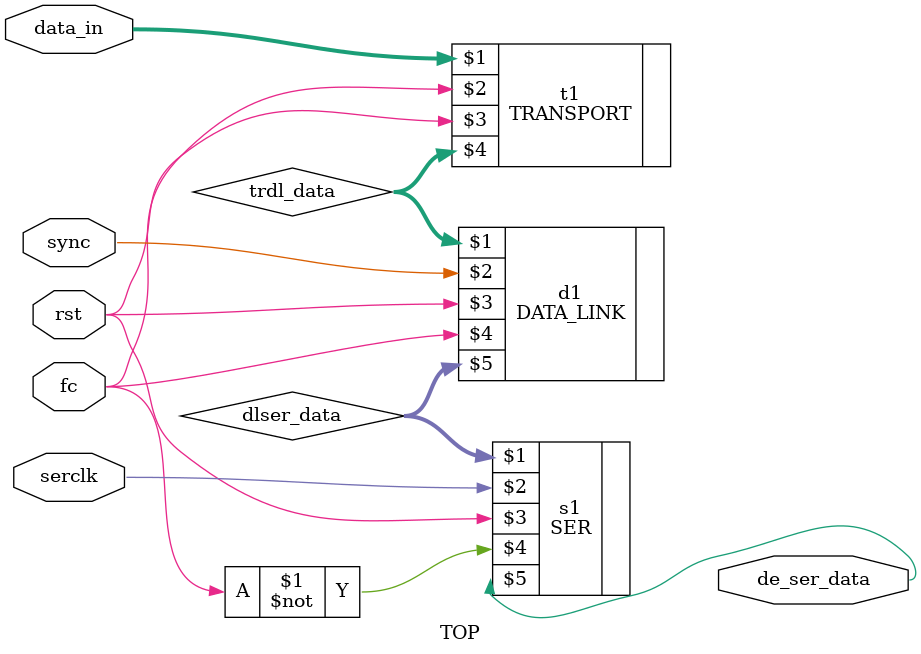
<source format=v>
`timescale 1ns / 1ps


module TOP( 
    input [13:0] data_in,
    input rst,
    input sync,
    input serclk,
    //input clk,
    //input sysref,
    input fc,
    output de_ser_data   );
    
    //wire lmfc;
    wire [7:0] trdl_data;
    wire [9:0] dlser_data;
    
//LMFC_CLK c1(clk,rst,sysref,lmfc,serclk);
TRANSPORT t1(data_in,fc,rst,trdl_data);
DATA_LINK d1(trdl_data,sync,rst,fc,dlser_data);
SER s1(dlser_data,serclk,rst,~fc,de_ser_data);



endmodule

</source>
